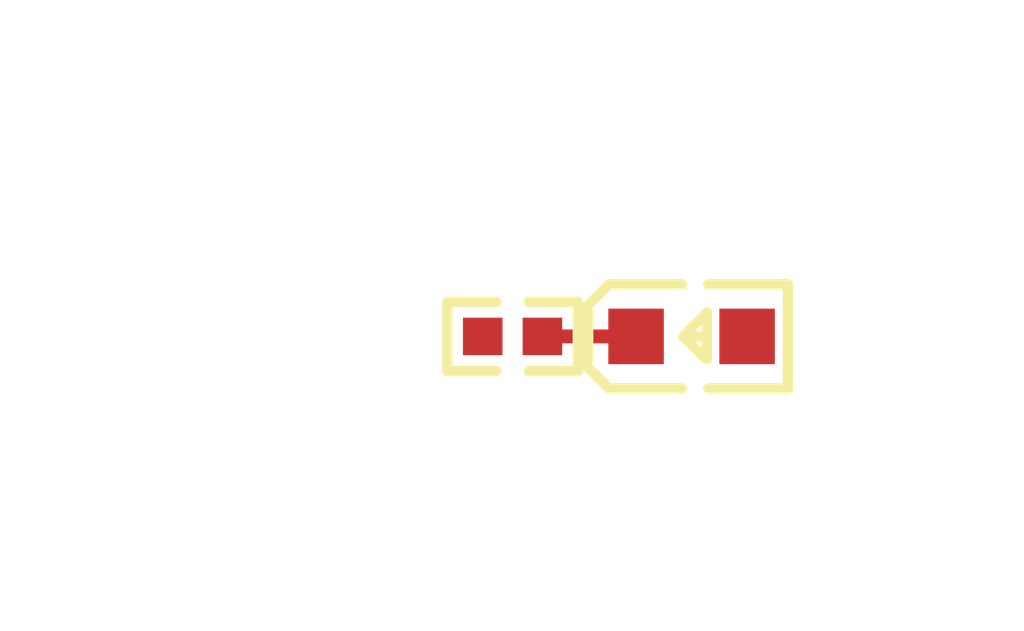
<source format=kicad_pcb>
(kicad_pcb (version 20241229) (generator "pcbnew") (generator_version "9.0")
  (layers (0 "F.Cu" signal) (2 "B.Cu" signal) (13 "F.Paste" user) (15 "B.Paste" user) (5 "F.SilkS" user "F.Silkscreen") (7 "B.SilkS" user "B.Silkscreen") (1 "F.Mask" user) (3 "B.Mask" user) (25 "Edge.Cuts" user))
  (net 0 "")
  (net 1 "anode")
  (net 2 "cathode")
  (net 3 "GND")
  (footprint "Hubei_KENTO_Elec_Blue_light_0603:LED0603-RD" (layer "F.Cu") (at 168.5 95.06 0)
    (property "Reference" "LED1" (hide yes))
    (property "Value" "")
    (fp_line (start 0.22 0.33) (end 0.21 0.33) (stroke (width 0.15)) (layer "F.SilkS"))
    (fp_line (start 0.21 0.33) (end -0.12 0) (stroke (width 0.15)) (layer "F.SilkS"))
    (fp_line (start 0.22 -0.35) (end 0.22 -0.34) (stroke (width 0.15)) (layer "F.SilkS"))
    (fp_line (start 0.22 -0.34) (end -0.12 0) (stroke (width 0.15)) (layer "F.SilkS"))
    (fp_line (start 0.22 -0.35) (end 0.22 0.33) (stroke (width 0.15)) (layer "F.SilkS"))
    (fp_line (start 0.24 -0.75) (end 1.39 -0.75) (stroke (width 0.15)) (layer "F.SilkS"))
    (fp_line (start 0.24 0.75) (end 1.39 0.75) (stroke (width 0.15)) (layer "F.SilkS"))
    (fp_line (start 1.39 -0.75) (end 1.39 0.73) (stroke (width 0.15)) (layer "F.SilkS"))
    (fp_line (start -0.14 0.75) (end -1.19 0.75) (stroke (width 0.15)) (layer "F.SilkS"))
    (fp_line (start -1.49 0.35) (end -1.49 0.45) (stroke (width 0.15)) (layer "F.SilkS"))
    (fp_line (start -1.49 0.45) (end -1.19 0.75) (stroke (width 0.15)) (layer "F.SilkS"))
    (fp_line (start -1.49 -0.35) (end -1.49 0.35) (stroke (width 0.15)) (layer "F.SilkS"))
    (fp_line (start -1.49 -0.35) (end -1.49 -0.45) (stroke (width 0.15)) (layer "F.SilkS"))
    (fp_line (start -1.49 -0.45) (end -1.19 -0.75) (stroke (width 0.15)) (layer "F.SilkS"))
    (fp_line (start -0.14 -0.75) (end -1.19 -0.75) (stroke (width 0.15)) (layer "F.SilkS"))
    (fp_line (start 0.22 0) (end -0.12 0) (stroke (width 0.15)) (layer "F.SilkS"))
    (pad "2" smd rect (at 0.8 0 90) (size 0.8 0.8) (layers "F.Cu" "F.Paste" "F.Mask") (net 1 "anode"))
    (pad "1" smd rect (at -0.8 0 90) (size 0.8 0.8) (layers "F.Cu" "F.Paste" "F.Mask") (net 2 "cathode"))
  )
  (footprint "UNI_ROYAL_0402WGF1002TCE:R0402" (layer "F.Cu") (at 165.92 95.06 180)
    (property "Reference" "R1" (hide yes))
    (property "Value" "10kΩ ±1% 62.5mW")
    (fp_line (start -0.23 0.5) (end -0.94 0.5) (stroke (width 0.15)) (layer "F.SilkS"))
    (fp_line (start -0.94 0.5) (end -0.94 -0.5) (stroke (width 0.15)) (layer "F.SilkS"))
    (fp_line (start -0.94 -0.5) (end -0.23 -0.5) (stroke (width 0.15)) (layer "F.SilkS"))
    (fp_line (start 0.23 0.5) (end 0.94 0.5) (stroke (width 0.15)) (layer "F.SilkS"))
    (fp_line (start 0.94 0.5) (end 0.94 -0.5) (stroke (width 0.15)) (layer "F.SilkS"))
    (fp_line (start 0.94 -0.5) (end 0.23 -0.5) (stroke (width 0.15)) (layer "F.SilkS"))
    (pad "2" smd rect (at 0.43 0 180) (size 0.57 0.54) (layers "F.Cu" "F.Paste" "F.Mask") (net 3 "GND"))
    (pad "1" smd rect (at -0.43 0 180) (size 0.57 0.54) (layers "F.Cu" "F.Paste" "F.Mask") (net 2 "cathode"))
  )
  (segment (start 166.32 95.06) (end 167.7 95.06) (width 0.2) (net 2) (layer "F.Cu"))
)
</source>
